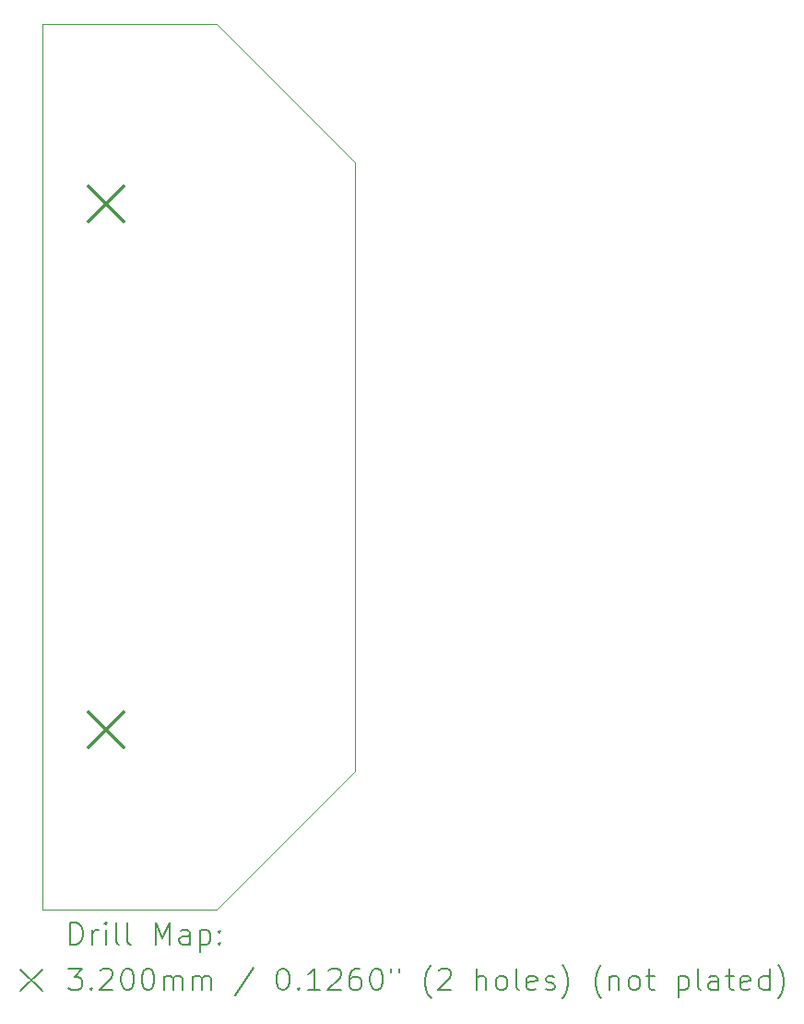
<source format=gbr>
%TF.GenerationSoftware,KiCad,Pcbnew,8.0.6*%
%TF.CreationDate,2024-10-20T17:13:29+01:00*%
%TF.ProjectId,line-sensor-mini-kes,6c696e65-2d73-4656-9e73-6f722d6d696e,rev?*%
%TF.SameCoordinates,Original*%
%TF.FileFunction,Drillmap*%
%TF.FilePolarity,Positive*%
%FSLAX45Y45*%
G04 Gerber Fmt 4.5, Leading zero omitted, Abs format (unit mm)*
G04 Created by KiCad (PCBNEW 8.0.6) date 2024-10-20 17:13:29*
%MOMM*%
%LPD*%
G01*
G04 APERTURE LIST*
%ADD10C,0.100000*%
%ADD11C,0.200000*%
%ADD12C,0.320000*%
G04 APERTURE END LIST*
D10*
X15453000Y-6436000D02*
X16723000Y-7706000D01*
X16723000Y-13294000D02*
X15453000Y-14564000D01*
X16723000Y-7706000D02*
X16723000Y-13294000D01*
X15453000Y-14564000D02*
X13852800Y-14564000D01*
X13852800Y-6436000D02*
X15453000Y-6436000D01*
X13852800Y-14564000D02*
X13852800Y-6436000D01*
D11*
D12*
X14277000Y-7927000D02*
X14597000Y-8247000D01*
X14597000Y-7927000D02*
X14277000Y-8247000D01*
X14277000Y-12753000D02*
X14597000Y-13073000D01*
X14597000Y-12753000D02*
X14277000Y-13073000D01*
D11*
X14108577Y-14880484D02*
X14108577Y-14680484D01*
X14108577Y-14680484D02*
X14156196Y-14680484D01*
X14156196Y-14680484D02*
X14184767Y-14690008D01*
X14184767Y-14690008D02*
X14203815Y-14709055D01*
X14203815Y-14709055D02*
X14213339Y-14728103D01*
X14213339Y-14728103D02*
X14222862Y-14766198D01*
X14222862Y-14766198D02*
X14222862Y-14794769D01*
X14222862Y-14794769D02*
X14213339Y-14832865D01*
X14213339Y-14832865D02*
X14203815Y-14851912D01*
X14203815Y-14851912D02*
X14184767Y-14870960D01*
X14184767Y-14870960D02*
X14156196Y-14880484D01*
X14156196Y-14880484D02*
X14108577Y-14880484D01*
X14308577Y-14880484D02*
X14308577Y-14747150D01*
X14308577Y-14785246D02*
X14318101Y-14766198D01*
X14318101Y-14766198D02*
X14327624Y-14756674D01*
X14327624Y-14756674D02*
X14346672Y-14747150D01*
X14346672Y-14747150D02*
X14365720Y-14747150D01*
X14432386Y-14880484D02*
X14432386Y-14747150D01*
X14432386Y-14680484D02*
X14422862Y-14690008D01*
X14422862Y-14690008D02*
X14432386Y-14699531D01*
X14432386Y-14699531D02*
X14441910Y-14690008D01*
X14441910Y-14690008D02*
X14432386Y-14680484D01*
X14432386Y-14680484D02*
X14432386Y-14699531D01*
X14556196Y-14880484D02*
X14537148Y-14870960D01*
X14537148Y-14870960D02*
X14527624Y-14851912D01*
X14527624Y-14851912D02*
X14527624Y-14680484D01*
X14660958Y-14880484D02*
X14641910Y-14870960D01*
X14641910Y-14870960D02*
X14632386Y-14851912D01*
X14632386Y-14851912D02*
X14632386Y-14680484D01*
X14889529Y-14880484D02*
X14889529Y-14680484D01*
X14889529Y-14680484D02*
X14956196Y-14823341D01*
X14956196Y-14823341D02*
X15022862Y-14680484D01*
X15022862Y-14680484D02*
X15022862Y-14880484D01*
X15203815Y-14880484D02*
X15203815Y-14775722D01*
X15203815Y-14775722D02*
X15194291Y-14756674D01*
X15194291Y-14756674D02*
X15175243Y-14747150D01*
X15175243Y-14747150D02*
X15137148Y-14747150D01*
X15137148Y-14747150D02*
X15118101Y-14756674D01*
X15203815Y-14870960D02*
X15184767Y-14880484D01*
X15184767Y-14880484D02*
X15137148Y-14880484D01*
X15137148Y-14880484D02*
X15118101Y-14870960D01*
X15118101Y-14870960D02*
X15108577Y-14851912D01*
X15108577Y-14851912D02*
X15108577Y-14832865D01*
X15108577Y-14832865D02*
X15118101Y-14813817D01*
X15118101Y-14813817D02*
X15137148Y-14804293D01*
X15137148Y-14804293D02*
X15184767Y-14804293D01*
X15184767Y-14804293D02*
X15203815Y-14794769D01*
X15299053Y-14747150D02*
X15299053Y-14947150D01*
X15299053Y-14756674D02*
X15318101Y-14747150D01*
X15318101Y-14747150D02*
X15356196Y-14747150D01*
X15356196Y-14747150D02*
X15375243Y-14756674D01*
X15375243Y-14756674D02*
X15384767Y-14766198D01*
X15384767Y-14766198D02*
X15394291Y-14785246D01*
X15394291Y-14785246D02*
X15394291Y-14842388D01*
X15394291Y-14842388D02*
X15384767Y-14861436D01*
X15384767Y-14861436D02*
X15375243Y-14870960D01*
X15375243Y-14870960D02*
X15356196Y-14880484D01*
X15356196Y-14880484D02*
X15318101Y-14880484D01*
X15318101Y-14880484D02*
X15299053Y-14870960D01*
X15480005Y-14861436D02*
X15489529Y-14870960D01*
X15489529Y-14870960D02*
X15480005Y-14880484D01*
X15480005Y-14880484D02*
X15470482Y-14870960D01*
X15470482Y-14870960D02*
X15480005Y-14861436D01*
X15480005Y-14861436D02*
X15480005Y-14880484D01*
X15480005Y-14756674D02*
X15489529Y-14766198D01*
X15489529Y-14766198D02*
X15480005Y-14775722D01*
X15480005Y-14775722D02*
X15470482Y-14766198D01*
X15470482Y-14766198D02*
X15480005Y-14756674D01*
X15480005Y-14756674D02*
X15480005Y-14775722D01*
X13647800Y-15109000D02*
X13847800Y-15309000D01*
X13847800Y-15109000D02*
X13647800Y-15309000D01*
X14089529Y-15100484D02*
X14213339Y-15100484D01*
X14213339Y-15100484D02*
X14146672Y-15176674D01*
X14146672Y-15176674D02*
X14175243Y-15176674D01*
X14175243Y-15176674D02*
X14194291Y-15186198D01*
X14194291Y-15186198D02*
X14203815Y-15195722D01*
X14203815Y-15195722D02*
X14213339Y-15214769D01*
X14213339Y-15214769D02*
X14213339Y-15262388D01*
X14213339Y-15262388D02*
X14203815Y-15281436D01*
X14203815Y-15281436D02*
X14194291Y-15290960D01*
X14194291Y-15290960D02*
X14175243Y-15300484D01*
X14175243Y-15300484D02*
X14118101Y-15300484D01*
X14118101Y-15300484D02*
X14099053Y-15290960D01*
X14099053Y-15290960D02*
X14089529Y-15281436D01*
X14299053Y-15281436D02*
X14308577Y-15290960D01*
X14308577Y-15290960D02*
X14299053Y-15300484D01*
X14299053Y-15300484D02*
X14289529Y-15290960D01*
X14289529Y-15290960D02*
X14299053Y-15281436D01*
X14299053Y-15281436D02*
X14299053Y-15300484D01*
X14384767Y-15119531D02*
X14394291Y-15110008D01*
X14394291Y-15110008D02*
X14413339Y-15100484D01*
X14413339Y-15100484D02*
X14460958Y-15100484D01*
X14460958Y-15100484D02*
X14480005Y-15110008D01*
X14480005Y-15110008D02*
X14489529Y-15119531D01*
X14489529Y-15119531D02*
X14499053Y-15138579D01*
X14499053Y-15138579D02*
X14499053Y-15157627D01*
X14499053Y-15157627D02*
X14489529Y-15186198D01*
X14489529Y-15186198D02*
X14375243Y-15300484D01*
X14375243Y-15300484D02*
X14499053Y-15300484D01*
X14622862Y-15100484D02*
X14641910Y-15100484D01*
X14641910Y-15100484D02*
X14660958Y-15110008D01*
X14660958Y-15110008D02*
X14670482Y-15119531D01*
X14670482Y-15119531D02*
X14680005Y-15138579D01*
X14680005Y-15138579D02*
X14689529Y-15176674D01*
X14689529Y-15176674D02*
X14689529Y-15224293D01*
X14689529Y-15224293D02*
X14680005Y-15262388D01*
X14680005Y-15262388D02*
X14670482Y-15281436D01*
X14670482Y-15281436D02*
X14660958Y-15290960D01*
X14660958Y-15290960D02*
X14641910Y-15300484D01*
X14641910Y-15300484D02*
X14622862Y-15300484D01*
X14622862Y-15300484D02*
X14603815Y-15290960D01*
X14603815Y-15290960D02*
X14594291Y-15281436D01*
X14594291Y-15281436D02*
X14584767Y-15262388D01*
X14584767Y-15262388D02*
X14575243Y-15224293D01*
X14575243Y-15224293D02*
X14575243Y-15176674D01*
X14575243Y-15176674D02*
X14584767Y-15138579D01*
X14584767Y-15138579D02*
X14594291Y-15119531D01*
X14594291Y-15119531D02*
X14603815Y-15110008D01*
X14603815Y-15110008D02*
X14622862Y-15100484D01*
X14813339Y-15100484D02*
X14832386Y-15100484D01*
X14832386Y-15100484D02*
X14851434Y-15110008D01*
X14851434Y-15110008D02*
X14860958Y-15119531D01*
X14860958Y-15119531D02*
X14870482Y-15138579D01*
X14870482Y-15138579D02*
X14880005Y-15176674D01*
X14880005Y-15176674D02*
X14880005Y-15224293D01*
X14880005Y-15224293D02*
X14870482Y-15262388D01*
X14870482Y-15262388D02*
X14860958Y-15281436D01*
X14860958Y-15281436D02*
X14851434Y-15290960D01*
X14851434Y-15290960D02*
X14832386Y-15300484D01*
X14832386Y-15300484D02*
X14813339Y-15300484D01*
X14813339Y-15300484D02*
X14794291Y-15290960D01*
X14794291Y-15290960D02*
X14784767Y-15281436D01*
X14784767Y-15281436D02*
X14775243Y-15262388D01*
X14775243Y-15262388D02*
X14765720Y-15224293D01*
X14765720Y-15224293D02*
X14765720Y-15176674D01*
X14765720Y-15176674D02*
X14775243Y-15138579D01*
X14775243Y-15138579D02*
X14784767Y-15119531D01*
X14784767Y-15119531D02*
X14794291Y-15110008D01*
X14794291Y-15110008D02*
X14813339Y-15100484D01*
X14965720Y-15300484D02*
X14965720Y-15167150D01*
X14965720Y-15186198D02*
X14975243Y-15176674D01*
X14975243Y-15176674D02*
X14994291Y-15167150D01*
X14994291Y-15167150D02*
X15022863Y-15167150D01*
X15022863Y-15167150D02*
X15041910Y-15176674D01*
X15041910Y-15176674D02*
X15051434Y-15195722D01*
X15051434Y-15195722D02*
X15051434Y-15300484D01*
X15051434Y-15195722D02*
X15060958Y-15176674D01*
X15060958Y-15176674D02*
X15080005Y-15167150D01*
X15080005Y-15167150D02*
X15108577Y-15167150D01*
X15108577Y-15167150D02*
X15127624Y-15176674D01*
X15127624Y-15176674D02*
X15137148Y-15195722D01*
X15137148Y-15195722D02*
X15137148Y-15300484D01*
X15232386Y-15300484D02*
X15232386Y-15167150D01*
X15232386Y-15186198D02*
X15241910Y-15176674D01*
X15241910Y-15176674D02*
X15260958Y-15167150D01*
X15260958Y-15167150D02*
X15289529Y-15167150D01*
X15289529Y-15167150D02*
X15308577Y-15176674D01*
X15308577Y-15176674D02*
X15318101Y-15195722D01*
X15318101Y-15195722D02*
X15318101Y-15300484D01*
X15318101Y-15195722D02*
X15327624Y-15176674D01*
X15327624Y-15176674D02*
X15346672Y-15167150D01*
X15346672Y-15167150D02*
X15375243Y-15167150D01*
X15375243Y-15167150D02*
X15394291Y-15176674D01*
X15394291Y-15176674D02*
X15403815Y-15195722D01*
X15403815Y-15195722D02*
X15403815Y-15300484D01*
X15794291Y-15090960D02*
X15622863Y-15348103D01*
X16051434Y-15100484D02*
X16070482Y-15100484D01*
X16070482Y-15100484D02*
X16089529Y-15110008D01*
X16089529Y-15110008D02*
X16099053Y-15119531D01*
X16099053Y-15119531D02*
X16108577Y-15138579D01*
X16108577Y-15138579D02*
X16118101Y-15176674D01*
X16118101Y-15176674D02*
X16118101Y-15224293D01*
X16118101Y-15224293D02*
X16108577Y-15262388D01*
X16108577Y-15262388D02*
X16099053Y-15281436D01*
X16099053Y-15281436D02*
X16089529Y-15290960D01*
X16089529Y-15290960D02*
X16070482Y-15300484D01*
X16070482Y-15300484D02*
X16051434Y-15300484D01*
X16051434Y-15300484D02*
X16032386Y-15290960D01*
X16032386Y-15290960D02*
X16022863Y-15281436D01*
X16022863Y-15281436D02*
X16013339Y-15262388D01*
X16013339Y-15262388D02*
X16003815Y-15224293D01*
X16003815Y-15224293D02*
X16003815Y-15176674D01*
X16003815Y-15176674D02*
X16013339Y-15138579D01*
X16013339Y-15138579D02*
X16022863Y-15119531D01*
X16022863Y-15119531D02*
X16032386Y-15110008D01*
X16032386Y-15110008D02*
X16051434Y-15100484D01*
X16203815Y-15281436D02*
X16213339Y-15290960D01*
X16213339Y-15290960D02*
X16203815Y-15300484D01*
X16203815Y-15300484D02*
X16194291Y-15290960D01*
X16194291Y-15290960D02*
X16203815Y-15281436D01*
X16203815Y-15281436D02*
X16203815Y-15300484D01*
X16403815Y-15300484D02*
X16289529Y-15300484D01*
X16346672Y-15300484D02*
X16346672Y-15100484D01*
X16346672Y-15100484D02*
X16327625Y-15129055D01*
X16327625Y-15129055D02*
X16308577Y-15148103D01*
X16308577Y-15148103D02*
X16289529Y-15157627D01*
X16480006Y-15119531D02*
X16489529Y-15110008D01*
X16489529Y-15110008D02*
X16508577Y-15100484D01*
X16508577Y-15100484D02*
X16556196Y-15100484D01*
X16556196Y-15100484D02*
X16575244Y-15110008D01*
X16575244Y-15110008D02*
X16584767Y-15119531D01*
X16584767Y-15119531D02*
X16594291Y-15138579D01*
X16594291Y-15138579D02*
X16594291Y-15157627D01*
X16594291Y-15157627D02*
X16584767Y-15186198D01*
X16584767Y-15186198D02*
X16470482Y-15300484D01*
X16470482Y-15300484D02*
X16594291Y-15300484D01*
X16765720Y-15100484D02*
X16727625Y-15100484D01*
X16727625Y-15100484D02*
X16708577Y-15110008D01*
X16708577Y-15110008D02*
X16699053Y-15119531D01*
X16699053Y-15119531D02*
X16680006Y-15148103D01*
X16680006Y-15148103D02*
X16670482Y-15186198D01*
X16670482Y-15186198D02*
X16670482Y-15262388D01*
X16670482Y-15262388D02*
X16680006Y-15281436D01*
X16680006Y-15281436D02*
X16689529Y-15290960D01*
X16689529Y-15290960D02*
X16708577Y-15300484D01*
X16708577Y-15300484D02*
X16746672Y-15300484D01*
X16746672Y-15300484D02*
X16765720Y-15290960D01*
X16765720Y-15290960D02*
X16775244Y-15281436D01*
X16775244Y-15281436D02*
X16784768Y-15262388D01*
X16784768Y-15262388D02*
X16784768Y-15214769D01*
X16784768Y-15214769D02*
X16775244Y-15195722D01*
X16775244Y-15195722D02*
X16765720Y-15186198D01*
X16765720Y-15186198D02*
X16746672Y-15176674D01*
X16746672Y-15176674D02*
X16708577Y-15176674D01*
X16708577Y-15176674D02*
X16689529Y-15186198D01*
X16689529Y-15186198D02*
X16680006Y-15195722D01*
X16680006Y-15195722D02*
X16670482Y-15214769D01*
X16908577Y-15100484D02*
X16927625Y-15100484D01*
X16927625Y-15100484D02*
X16946672Y-15110008D01*
X16946672Y-15110008D02*
X16956196Y-15119531D01*
X16956196Y-15119531D02*
X16965720Y-15138579D01*
X16965720Y-15138579D02*
X16975244Y-15176674D01*
X16975244Y-15176674D02*
X16975244Y-15224293D01*
X16975244Y-15224293D02*
X16965720Y-15262388D01*
X16965720Y-15262388D02*
X16956196Y-15281436D01*
X16956196Y-15281436D02*
X16946672Y-15290960D01*
X16946672Y-15290960D02*
X16927625Y-15300484D01*
X16927625Y-15300484D02*
X16908577Y-15300484D01*
X16908577Y-15300484D02*
X16889529Y-15290960D01*
X16889529Y-15290960D02*
X16880006Y-15281436D01*
X16880006Y-15281436D02*
X16870482Y-15262388D01*
X16870482Y-15262388D02*
X16860958Y-15224293D01*
X16860958Y-15224293D02*
X16860958Y-15176674D01*
X16860958Y-15176674D02*
X16870482Y-15138579D01*
X16870482Y-15138579D02*
X16880006Y-15119531D01*
X16880006Y-15119531D02*
X16889529Y-15110008D01*
X16889529Y-15110008D02*
X16908577Y-15100484D01*
X17051434Y-15100484D02*
X17051434Y-15138579D01*
X17127625Y-15100484D02*
X17127625Y-15138579D01*
X17422863Y-15376674D02*
X17413339Y-15367150D01*
X17413339Y-15367150D02*
X17394291Y-15338579D01*
X17394291Y-15338579D02*
X17384768Y-15319531D01*
X17384768Y-15319531D02*
X17375244Y-15290960D01*
X17375244Y-15290960D02*
X17365720Y-15243341D01*
X17365720Y-15243341D02*
X17365720Y-15205246D01*
X17365720Y-15205246D02*
X17375244Y-15157627D01*
X17375244Y-15157627D02*
X17384768Y-15129055D01*
X17384768Y-15129055D02*
X17394291Y-15110008D01*
X17394291Y-15110008D02*
X17413339Y-15081436D01*
X17413339Y-15081436D02*
X17422863Y-15071912D01*
X17489530Y-15119531D02*
X17499053Y-15110008D01*
X17499053Y-15110008D02*
X17518101Y-15100484D01*
X17518101Y-15100484D02*
X17565720Y-15100484D01*
X17565720Y-15100484D02*
X17584768Y-15110008D01*
X17584768Y-15110008D02*
X17594291Y-15119531D01*
X17594291Y-15119531D02*
X17603815Y-15138579D01*
X17603815Y-15138579D02*
X17603815Y-15157627D01*
X17603815Y-15157627D02*
X17594291Y-15186198D01*
X17594291Y-15186198D02*
X17480006Y-15300484D01*
X17480006Y-15300484D02*
X17603815Y-15300484D01*
X17841911Y-15300484D02*
X17841911Y-15100484D01*
X17927625Y-15300484D02*
X17927625Y-15195722D01*
X17927625Y-15195722D02*
X17918101Y-15176674D01*
X17918101Y-15176674D02*
X17899053Y-15167150D01*
X17899053Y-15167150D02*
X17870482Y-15167150D01*
X17870482Y-15167150D02*
X17851434Y-15176674D01*
X17851434Y-15176674D02*
X17841911Y-15186198D01*
X18051434Y-15300484D02*
X18032387Y-15290960D01*
X18032387Y-15290960D02*
X18022863Y-15281436D01*
X18022863Y-15281436D02*
X18013339Y-15262388D01*
X18013339Y-15262388D02*
X18013339Y-15205246D01*
X18013339Y-15205246D02*
X18022863Y-15186198D01*
X18022863Y-15186198D02*
X18032387Y-15176674D01*
X18032387Y-15176674D02*
X18051434Y-15167150D01*
X18051434Y-15167150D02*
X18080006Y-15167150D01*
X18080006Y-15167150D02*
X18099053Y-15176674D01*
X18099053Y-15176674D02*
X18108577Y-15186198D01*
X18108577Y-15186198D02*
X18118101Y-15205246D01*
X18118101Y-15205246D02*
X18118101Y-15262388D01*
X18118101Y-15262388D02*
X18108577Y-15281436D01*
X18108577Y-15281436D02*
X18099053Y-15290960D01*
X18099053Y-15290960D02*
X18080006Y-15300484D01*
X18080006Y-15300484D02*
X18051434Y-15300484D01*
X18232387Y-15300484D02*
X18213339Y-15290960D01*
X18213339Y-15290960D02*
X18203815Y-15271912D01*
X18203815Y-15271912D02*
X18203815Y-15100484D01*
X18384768Y-15290960D02*
X18365720Y-15300484D01*
X18365720Y-15300484D02*
X18327625Y-15300484D01*
X18327625Y-15300484D02*
X18308577Y-15290960D01*
X18308577Y-15290960D02*
X18299053Y-15271912D01*
X18299053Y-15271912D02*
X18299053Y-15195722D01*
X18299053Y-15195722D02*
X18308577Y-15176674D01*
X18308577Y-15176674D02*
X18327625Y-15167150D01*
X18327625Y-15167150D02*
X18365720Y-15167150D01*
X18365720Y-15167150D02*
X18384768Y-15176674D01*
X18384768Y-15176674D02*
X18394292Y-15195722D01*
X18394292Y-15195722D02*
X18394292Y-15214769D01*
X18394292Y-15214769D02*
X18299053Y-15233817D01*
X18470482Y-15290960D02*
X18489530Y-15300484D01*
X18489530Y-15300484D02*
X18527625Y-15300484D01*
X18527625Y-15300484D02*
X18546673Y-15290960D01*
X18546673Y-15290960D02*
X18556196Y-15271912D01*
X18556196Y-15271912D02*
X18556196Y-15262388D01*
X18556196Y-15262388D02*
X18546673Y-15243341D01*
X18546673Y-15243341D02*
X18527625Y-15233817D01*
X18527625Y-15233817D02*
X18499053Y-15233817D01*
X18499053Y-15233817D02*
X18480006Y-15224293D01*
X18480006Y-15224293D02*
X18470482Y-15205246D01*
X18470482Y-15205246D02*
X18470482Y-15195722D01*
X18470482Y-15195722D02*
X18480006Y-15176674D01*
X18480006Y-15176674D02*
X18499053Y-15167150D01*
X18499053Y-15167150D02*
X18527625Y-15167150D01*
X18527625Y-15167150D02*
X18546673Y-15176674D01*
X18622863Y-15376674D02*
X18632387Y-15367150D01*
X18632387Y-15367150D02*
X18651434Y-15338579D01*
X18651434Y-15338579D02*
X18660958Y-15319531D01*
X18660958Y-15319531D02*
X18670482Y-15290960D01*
X18670482Y-15290960D02*
X18680006Y-15243341D01*
X18680006Y-15243341D02*
X18680006Y-15205246D01*
X18680006Y-15205246D02*
X18670482Y-15157627D01*
X18670482Y-15157627D02*
X18660958Y-15129055D01*
X18660958Y-15129055D02*
X18651434Y-15110008D01*
X18651434Y-15110008D02*
X18632387Y-15081436D01*
X18632387Y-15081436D02*
X18622863Y-15071912D01*
X18984768Y-15376674D02*
X18975244Y-15367150D01*
X18975244Y-15367150D02*
X18956196Y-15338579D01*
X18956196Y-15338579D02*
X18946673Y-15319531D01*
X18946673Y-15319531D02*
X18937149Y-15290960D01*
X18937149Y-15290960D02*
X18927625Y-15243341D01*
X18927625Y-15243341D02*
X18927625Y-15205246D01*
X18927625Y-15205246D02*
X18937149Y-15157627D01*
X18937149Y-15157627D02*
X18946673Y-15129055D01*
X18946673Y-15129055D02*
X18956196Y-15110008D01*
X18956196Y-15110008D02*
X18975244Y-15081436D01*
X18975244Y-15081436D02*
X18984768Y-15071912D01*
X19060958Y-15167150D02*
X19060958Y-15300484D01*
X19060958Y-15186198D02*
X19070482Y-15176674D01*
X19070482Y-15176674D02*
X19089530Y-15167150D01*
X19089530Y-15167150D02*
X19118101Y-15167150D01*
X19118101Y-15167150D02*
X19137149Y-15176674D01*
X19137149Y-15176674D02*
X19146673Y-15195722D01*
X19146673Y-15195722D02*
X19146673Y-15300484D01*
X19270482Y-15300484D02*
X19251434Y-15290960D01*
X19251434Y-15290960D02*
X19241911Y-15281436D01*
X19241911Y-15281436D02*
X19232387Y-15262388D01*
X19232387Y-15262388D02*
X19232387Y-15205246D01*
X19232387Y-15205246D02*
X19241911Y-15186198D01*
X19241911Y-15186198D02*
X19251434Y-15176674D01*
X19251434Y-15176674D02*
X19270482Y-15167150D01*
X19270482Y-15167150D02*
X19299054Y-15167150D01*
X19299054Y-15167150D02*
X19318101Y-15176674D01*
X19318101Y-15176674D02*
X19327625Y-15186198D01*
X19327625Y-15186198D02*
X19337149Y-15205246D01*
X19337149Y-15205246D02*
X19337149Y-15262388D01*
X19337149Y-15262388D02*
X19327625Y-15281436D01*
X19327625Y-15281436D02*
X19318101Y-15290960D01*
X19318101Y-15290960D02*
X19299054Y-15300484D01*
X19299054Y-15300484D02*
X19270482Y-15300484D01*
X19394292Y-15167150D02*
X19470482Y-15167150D01*
X19422863Y-15100484D02*
X19422863Y-15271912D01*
X19422863Y-15271912D02*
X19432387Y-15290960D01*
X19432387Y-15290960D02*
X19451434Y-15300484D01*
X19451434Y-15300484D02*
X19470482Y-15300484D01*
X19689530Y-15167150D02*
X19689530Y-15367150D01*
X19689530Y-15176674D02*
X19708577Y-15167150D01*
X19708577Y-15167150D02*
X19746673Y-15167150D01*
X19746673Y-15167150D02*
X19765720Y-15176674D01*
X19765720Y-15176674D02*
X19775244Y-15186198D01*
X19775244Y-15186198D02*
X19784768Y-15205246D01*
X19784768Y-15205246D02*
X19784768Y-15262388D01*
X19784768Y-15262388D02*
X19775244Y-15281436D01*
X19775244Y-15281436D02*
X19765720Y-15290960D01*
X19765720Y-15290960D02*
X19746673Y-15300484D01*
X19746673Y-15300484D02*
X19708577Y-15300484D01*
X19708577Y-15300484D02*
X19689530Y-15290960D01*
X19899054Y-15300484D02*
X19880006Y-15290960D01*
X19880006Y-15290960D02*
X19870482Y-15271912D01*
X19870482Y-15271912D02*
X19870482Y-15100484D01*
X20060958Y-15300484D02*
X20060958Y-15195722D01*
X20060958Y-15195722D02*
X20051435Y-15176674D01*
X20051435Y-15176674D02*
X20032387Y-15167150D01*
X20032387Y-15167150D02*
X19994292Y-15167150D01*
X19994292Y-15167150D02*
X19975244Y-15176674D01*
X20060958Y-15290960D02*
X20041911Y-15300484D01*
X20041911Y-15300484D02*
X19994292Y-15300484D01*
X19994292Y-15300484D02*
X19975244Y-15290960D01*
X19975244Y-15290960D02*
X19965720Y-15271912D01*
X19965720Y-15271912D02*
X19965720Y-15252865D01*
X19965720Y-15252865D02*
X19975244Y-15233817D01*
X19975244Y-15233817D02*
X19994292Y-15224293D01*
X19994292Y-15224293D02*
X20041911Y-15224293D01*
X20041911Y-15224293D02*
X20060958Y-15214769D01*
X20127625Y-15167150D02*
X20203815Y-15167150D01*
X20156196Y-15100484D02*
X20156196Y-15271912D01*
X20156196Y-15271912D02*
X20165720Y-15290960D01*
X20165720Y-15290960D02*
X20184768Y-15300484D01*
X20184768Y-15300484D02*
X20203815Y-15300484D01*
X20346673Y-15290960D02*
X20327625Y-15300484D01*
X20327625Y-15300484D02*
X20289530Y-15300484D01*
X20289530Y-15300484D02*
X20270482Y-15290960D01*
X20270482Y-15290960D02*
X20260958Y-15271912D01*
X20260958Y-15271912D02*
X20260958Y-15195722D01*
X20260958Y-15195722D02*
X20270482Y-15176674D01*
X20270482Y-15176674D02*
X20289530Y-15167150D01*
X20289530Y-15167150D02*
X20327625Y-15167150D01*
X20327625Y-15167150D02*
X20346673Y-15176674D01*
X20346673Y-15176674D02*
X20356196Y-15195722D01*
X20356196Y-15195722D02*
X20356196Y-15214769D01*
X20356196Y-15214769D02*
X20260958Y-15233817D01*
X20527625Y-15300484D02*
X20527625Y-15100484D01*
X20527625Y-15290960D02*
X20508577Y-15300484D01*
X20508577Y-15300484D02*
X20470482Y-15300484D01*
X20470482Y-15300484D02*
X20451435Y-15290960D01*
X20451435Y-15290960D02*
X20441911Y-15281436D01*
X20441911Y-15281436D02*
X20432387Y-15262388D01*
X20432387Y-15262388D02*
X20432387Y-15205246D01*
X20432387Y-15205246D02*
X20441911Y-15186198D01*
X20441911Y-15186198D02*
X20451435Y-15176674D01*
X20451435Y-15176674D02*
X20470482Y-15167150D01*
X20470482Y-15167150D02*
X20508577Y-15167150D01*
X20508577Y-15167150D02*
X20527625Y-15176674D01*
X20603816Y-15376674D02*
X20613339Y-15367150D01*
X20613339Y-15367150D02*
X20632387Y-15338579D01*
X20632387Y-15338579D02*
X20641911Y-15319531D01*
X20641911Y-15319531D02*
X20651435Y-15290960D01*
X20651435Y-15290960D02*
X20660958Y-15243341D01*
X20660958Y-15243341D02*
X20660958Y-15205246D01*
X20660958Y-15205246D02*
X20651435Y-15157627D01*
X20651435Y-15157627D02*
X20641911Y-15129055D01*
X20641911Y-15129055D02*
X20632387Y-15110008D01*
X20632387Y-15110008D02*
X20613339Y-15081436D01*
X20613339Y-15081436D02*
X20603816Y-15071912D01*
M02*

</source>
